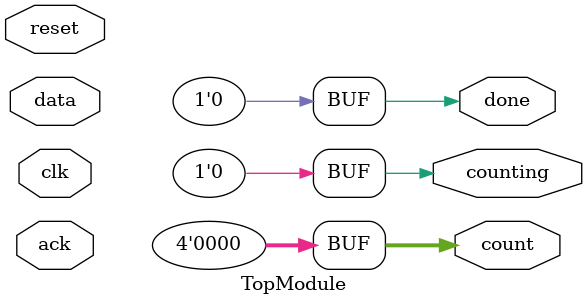
<source format=sv>

module TopModule (
  input wire clk,
  input wire reset,
  input wire data,
  output wire [3:0] count,
  output reg counting,
  output reg done,
  input wire ack
);
  // State definition
  typedef enum logic [2:0] {
    IDLE,
    DETECT_1,
    DETECT_11,
    DETECT_110,
    DETECT_1101,
    SHIFT_DELAY,
    COUNTING,
    DONE
  } state_t;

  reg state, next_state;

  // Delay register
  reg [3:0] delay;

  // Counter for counting cycles
  reg [15:0] cycle_counter;

  // Internal signals
  reg [3:0] shift_reg;

  // State transition logic
  always_comb begin
    next_state = state;
    case (state)
      IDLE: begin
        if (data == 1) begin
          next_state = DETECT_1;
        end else begin
          next_state = IDLE;
        end
      end
      DETECT_1: begin
        if (data == 1) begin
          next_state = DETECT_11;
        end else begin
          next_state = IDLE;
        end
      end
      DETECT_11: begin
        if (data == 0) begin
          next_state = DETECT_110;
        end else begin
          next_state = DETECT_1;
        end
      end
      DETECT_110: begin
        if (data == 1) begin
          next_state = DETECT_1101;
        end else begin
          next_state = DETECT_11;
        end
      end
      DETECT_1101: begin
        next_state = SHIFT_DELAY;
      end
      SHIFT_DELAY: begin
        next_state = COUNTING;
      end
      COUNTING: begin
        next_state = COUNTING;
      end
      DONE: begin
        if (ack == 1) begin
          next_state = IDLE;
        end else begin
          next_state = DONE;
        end
      end
      default: next_state = IDLE;
    endcase
  end

  // State register
  always_ff @(posedge clk, posedge reset) begin
    if (reset) begin
      state <= IDLE;
    end else begin
      state <= next_state;
    end
  end

  // Shift register logic
  always_ff @(posedge clk, posedge reset) begin
    if (reset) begin
      shift_reg <= 0;
    end else begin
      if (state == SHIFT_DELAY) begin
        shift_reg <= {shift_reg[2:0], data};
      end
    end
  end

  // Delay register logic
  always_ff @(posedge clk, posedge reset) begin
    if (reset) begin
      delay <= 0;
    end else begin
      if (state == SHIFT_DELAY) begin
        delay <= shift_reg;
      end
    end
  end

  // Counter logic
  always_ff @(posedge clk, posedge reset) begin
    if (reset) begin
      cycle_counter <= 0;
    end else begin
      if (state == COUNTING) begin
        if (cycle_counter == 999) begin
          cycle_counter <= 0;
        end else begin
          cycle_counter <= cycle_counter + 1;
        end
      end else begin
        cycle_counter <= 0;
      end
    end
  end

  // Output logic
  always_comb begin
    counting = (state == COUNTING);
    done = (state == DONE);

    if (counting) begin
      count = (delay - (cycle_counter / 1000));
    end else begin
      count = 0;
    end
  end

  // Transition to DONE state
  always_ff @(posedge clk, posedge reset) begin
    if (reset) begin
      done <= 0;
    end else begin
      if (state == COUNTING) begin
        if (cycle_counter == 999) begin
          done <= 1;
        end else begin
          done <= 0;
        end
      end
    end
  end

endmodule

</source>
